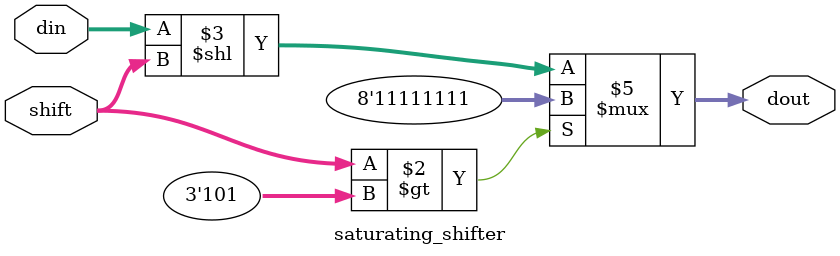
<source format=sv>
module saturating_shifter (
    input [7:0] din,
    input [2:0] shift,
    output reg [7:0] dout
);
always @* begin
    if (shift > 3'd5) dout = 8'hFF;  // 最大移位限制
    else dout = din << shift;
end
endmodule
</source>
